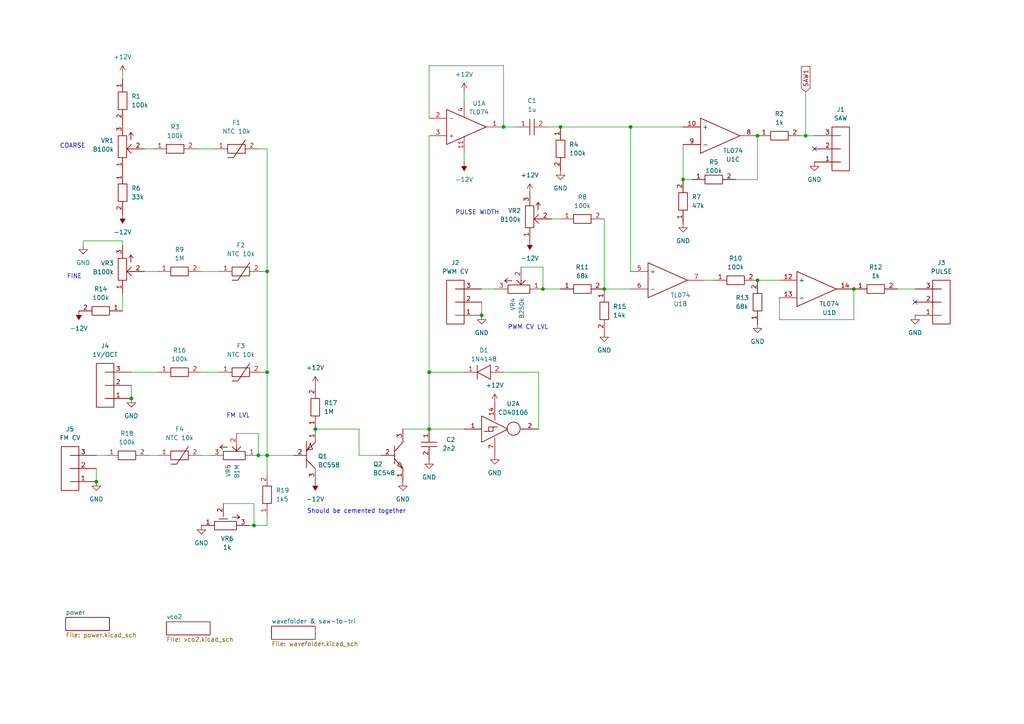
<source format=kicad_sch>
(kicad_sch (version 20250114) (generator "eeschema") (generator_version "9.0")
  (paper "A4")
  (lib_symbols
    (symbol "V_Connector:CONN_3"
      (property "Reference" "J" (at -5.08 11.43 0))
      (property "Value" "CONN_3" (at -5.08 8.89 0))
      (symbol "CONN_3_0_0"
        (rectangle (start 0 6.35) (end 5.08 -6.35) (stroke (width 0.2032)))
      )
      (symbol "CONN_3_1_0"
        (pin unspecified line (at -5.08 3.81 0) (length 7.62) (name "~") (number "1"))
        (pin unspecified line (at -5.08 0 0) (length 7.62) (name "~") (number "2"))
        (pin unspecified line (at -5.08 -3.81 0) (length 7.62) (name "~") (number "3"))
      )
    )
    (symbol "V_Diode:1N4148"
      (property "Reference" "D" (at -1.905 10.795 0))
      (property "Value" "1N4148" (at -1.905 8.255 0))
      (symbol "1N4148_0_0"
        (polyline (pts (xy -2.032 2.54) (xy 2.032 2.54)) (stroke (width 0.2032)))
        (polyline (pts (xy -2.032 -1.27) (xy 2.032 -1.27)) (stroke (width 0.2032)))
        (polyline (pts (xy 0 -1.27) (xy -2.032 2.54)) (stroke (width 0.2032)))
        (polyline (pts (xy 2.032 2.54) (xy 0 -1.27)) (stroke (width 0.2032)))
      )
      (symbol "1N4148_1_0"
        (pin unspecified line (at 0 6.35 270) (length 3.81) (name "~") (number "2"))
        (pin unspecified line (at 0 -5.08 90) (length 3.81) (name "~") (number "1"))
      )
    )
    (symbol "V_Linear:TL074,_TL084,_LF347_ETC"
      (property "Reference" "U" (at -10.795 12.7 0))
      (property "Value" "TL074,_TL084,_LF347_ETC" (at -10.795 10.16 0))
      (symbol "TL074,_TL084,_LF347_ETC_0_0"
        (polyline (pts (xy -6.35 5.08) (xy 5.08 0) (xy -6.35 -5.08) (xy -6.35 5.08)) (stroke (width 0.2032)))
      )
      (symbol "TL074,_TL084,_LF347_ETC_1_0"
        (pin unspecified line (at -11.43 2.54 0) (length 5.08) (name "-") (number "2"))
        (pin unspecified line (at -11.43 -2.54 0) (length 5.08) (name "+") (number "3"))
        (pin power_in line (at -1.27 7.62 270) (length 5.08) (name "~") (number "4"))
        (pin power_in line (at -1.27 -7.62 90) (length 5.08) (name "~") (number "11"))
        (pin unspecified line (at 10.16 0 180) (length 5.08) (name "~") (number "1"))
      )
      (symbol "TL074,_TL084,_LF347_ETC_2_0"
        (pin unspecified line (at -11.43 2.54 0) (length 5.08) (name "-") (number "6"))
        (pin unspecified line (at -11.43 -2.54 0) (length 5.08) (name "+") (number "5"))
        (pin unspecified line (at 10.16 0 180) (length 5.08) (name "~") (number "7"))
      )
      (symbol "TL074,_TL084,_LF347_ETC_3_0"
        (pin unspecified line (at -11.43 2.54 0) (length 5.08) (name "-") (number "9"))
        (pin unspecified line (at -11.43 -2.54 0) (length 5.08) (name "+") (number "10"))
        (pin unspecified line (at 10.16 0 180) (length 5.08) (name "~") (number "8"))
      )
      (symbol "TL074,_TL084,_LF347_ETC_4_0"
        (pin unspecified line (at -11.43 2.54 0) (length 5.08) (name "-") (number "13"))
        (pin unspecified line (at -11.43 -2.54 0) (length 5.08) (name "+") (number "12"))
        (pin unspecified line (at 10.16 0 180) (length 5.08) (name "~") (number "14"))
      )
    )
    (symbol "V_Logic:CD40106"
      (property "Reference" "U" (at -10.795 12.7 0))
      (property "Value" "CD40106" (at -10.795 10.16 0))
      (symbol "CD40106_0_0"
        (polyline (pts (xy -6.35 3.81) (xy -6.35 -3.81) (xy 1.27 0) (xy -6.35 3.81)) (stroke (width 0.2032)))
        (polyline (pts (xy -4.318 -0.635) (xy -4.318 0.635) (xy -1.778 0.635)) (stroke (width 0.2032)))
        (polyline (pts (xy -3.048 0.635) (xy -3.048 -0.635) (xy -5.588 -0.635)) (stroke (width 0.2032)))
        (circle (center 2.921 0.127) (radius 1.905) (stroke (width 0.2032)))
      )
      (symbol "CD40106_1_0"
        (pin unspecified line (at -11.43 0 0) (length 5.08) (name "~") (number "1"))
        (pin unspecified line (at -2.54 7.62 270) (length 5.08) (name "~") (number "14"))
        (pin unspecified line (at -2.54 -7.62 90) (length 5.08) (name "~") (number "7"))
        (pin unspecified line (at 10.16 0 180) (length 5.08) (name "~") (number "2"))
      )
      (symbol "CD40106_2_0"
        (pin unspecified line (at -11.43 0 0) (length 5.08) (name "~") (number "3"))
        (pin unspecified line (at 10.16 0 180) (length 5.08) (name "~") (number "4"))
      )
      (symbol "CD40106_3_0"
        (pin unspecified line (at -11.43 0 0) (length 5.08) (name "~") (number "5"))
        (pin unspecified line (at 10.16 0 180) (length 5.08) (name "~") (number "6"))
      )
      (symbol "CD40106_4_0"
        (pin unspecified line (at -11.43 0 0) (length 5.08) (name "~") (number "9"))
        (pin unspecified line (at 10.16 0 180) (length 5.08) (name "~") (number "8"))
      )
      (symbol "CD40106_5_0"
        (pin unspecified line (at -11.43 0 0) (length 5.08) (name "~") (number "11"))
        (pin unspecified line (at 10.16 0 180) (length 5.08) (name "~") (number "10"))
      )
      (symbol "CD40106_6_0"
        (pin unspecified line (at -11.43 0 0) (length 5.08) (name "~") (number "13"))
        (pin unspecified line (at 10.16 0 180) (length 5.08) (name "~") (number "12"))
      )
    )
    (symbol "V_Passive:C"
      (property "Reference" "C" (at -2.54 9.525 0))
      (property "Value" "C" (at -2.54 6.985 0))
      (symbol "C_0_0"
        (polyline (pts (xy -2.286 1.27) (xy 2.286 1.27)) (stroke (width 0.2032)))
        (polyline (pts (xy -2.286 0) (xy 2.286 0)) (stroke (width 0.2032)))
      )
      (symbol "C_1_0"
        (pin unspecified line (at 0 5.08 270) (length 3.81) (name "~") (number "1"))
        (pin unspecified line (at 0 -3.81 90) (length 3.81) (name "~") (number "2"))
      )
    )
    (symbol "V_Passive:MOV"
      (property "Reference" "F" (at -2.54 11.43 0))
      (property "Value" "MOV" (at -2.54 8.89 0))
      (symbol "MOV_0_0"
        (polyline (pts (xy -2.54 2.54) (xy -2.54 0.8382) (xy 2.54 -2.54)) (stroke (width 0.2032)))
        (rectangle (start -1.27 2.54) (end 1.27 -2.54) (stroke (width 0.2032)))
      )
      (symbol "MOV_1_0"
        (pin unspecified line (at 0 6.35 270) (length 3.81) (name "~") (number "1"))
        (pin unspecified line (at 0 -6.35 90) (length 3.81) (name "~") (number "2"))
      )
    )
    (symbol "V_Passive:R"
      (property "Reference" "R" (at -1.27 11.43 0))
      (property "Value" "R" (at -1.27 8.89 0))
      (symbol "R_0_0"
        (rectangle (start -1.27 2.54) (end 1.27 -2.54) (stroke (width 0.2032)))
      )
      (symbol "R_1_0"
        (pin unspecified line (at 0 6.35 270) (length 3.81) (name "~") (number "1"))
        (pin unspecified line (at 0 -6.35 90) (length 3.81) (name "~") (number "2"))
      )
    )
    (symbol "V_Passive:RT"
      (property "Reference" "VR" (at -3.81 12.065 0))
      (property "Value" "RT" (at -3.81 9.525 0))
      (symbol "RT_0_0"
        (polyline (pts (xy 0.1524 4.7752) (xy 0.7112 4.0132)) (stroke (width 0.2032)))
        (polyline (pts (xy 0.1524 2.6416) (xy 0.1524 4.7752) (xy -0.508 3.9116)) (stroke (width 0.2032)))
        (polyline (pts (xy 0.6604 -1.27) (xy 0.6604 1.27)) (stroke (width 0.2032)))
        (rectangle (start 1.3716 3.81) (end 3.81 -2.54) (stroke (width 0.2032)))
      )
      (symbol "RT_1_0"
        (pin unspecified line (at -3.81 0 0) (length 3.81) (name "~") (number "2"))
        (pin unspecified line (at 2.54 7.62 270) (length 3.81) (name "~") (number "3"))
        (pin unspecified line (at 2.54 -6.35 90) (length 3.81) (name "~") (number "1"))
      )
    )
    (symbol "V_Passive:RV"
      (property "Reference" "VR" (at -3.81 12.065 0))
      (property "Value" "RV" (at -3.81 9.525 0))
      (symbol "RV_0_0"
        (polyline (pts (xy 0 1.27) (xy 1.27 0) (xy 0 -1.27)) (stroke (width 0.2032)))
        (polyline (pts (xy 0 0) (xy 1.27 0)) (stroke (width 0.2032)))
        (polyline (pts (xy 0.1524 4.7752) (xy 0.7112 4.0132)) (stroke (width 0.2032)))
        (polyline (pts (xy 0.1524 2.6416) (xy 0.1524 4.7752) (xy -0.508 3.9116)) (stroke (width 0.2032)))
        (rectangle (start 1.3716 3.81) (end 3.81 -2.54) (stroke (width 0.2032)))
      )
      (symbol "RV_1_0"
        (pin unspecified line (at -3.81 0 0) (length 3.81) (name "~") (number "2"))
        (pin unspecified line (at 2.54 7.62 270) (length 3.81) (name "~") (number "3"))
        (pin unspecified line (at 2.54 -6.35 90) (length 3.81) (name "~") (number "1"))
      )
    )
    (symbol "V_Transistor:BC547{brace}slash}BC548{brace}slash}BC549"
      (property "Reference" "Q" (at -7.62 8.255 0))
      (property "Value" "BC547{brace}slash}BC548{brace}slash}BC549" (at -7.62 5.715 0))
      (symbol "BC547{brace}slash}BC548{brace}slash}BC549_0_0"
        (polyline (pts (xy -2.5908 1.3716) (xy 2.4892 1.3716)) (stroke (width 0.2032)))
        (polyline (pts (xy -1.1684 1.4224) (xy -3.81 3.81)) (stroke (width 0.2032)))
        (polyline (pts (xy 0.9652 1.4224) (xy 3.81 3.81)) (stroke (width 0.2032)))
        (polyline (pts (xy 2.032 3.048) (xy 3.81 3.81)) (stroke (width 0.2032)))
        (polyline (pts (xy 2.032 2.794) (xy 3.048 2.286)) (stroke (width 0.2032)))
        (polyline (pts (xy 3.048 2.54) (xy 3.81 3.81)) (stroke (width 0.2032)))
      )
      (symbol "BC547{brace}slash}BC548{brace}slash}BC549_1_0"
        (pin unspecified line (at -7.62 3.81 0) (length 3.81) (name "~") (number "3"))
        (pin unspecified line (at 0 -2.54 90) (length 3.81) (name "~") (number "2"))
        (pin unspecified line (at 7.62 3.81 180) (length 3.81) (name "~") (number "1"))
      )
    )
    (symbol "V_Transistor:BC557{brace}slash}BC558{brace}slash}BC559"
      (property "Reference" "Q" (at -7.62 8.255 0))
      (property "Value" "BC557{brace}slash}BC558{brace}slash}BC559" (at -7.62 5.715 0))
      (symbol "BC557{brace}slash}BC558{brace}slash}BC559_0_0"
        (polyline (pts (xy -3.556 1.27) (xy 4.064 1.27)) (stroke (width 0.2032)))
        (polyline (pts (xy -1.27 1.27) (xy -3.81 3.81)) (stroke (width 0.2032)))
        (polyline (pts (xy 1.27 1.27) (xy 3.81 3.81)) (stroke (width 0.2032)))
        (polyline (pts (xy 1.778 3.048) (xy 1.524 1.27)) (stroke (width 0.2032)))
        (polyline (pts (xy 1.778 3.048) (xy 3.556 2.286)) (stroke (width 0.2032)))
        (polyline (pts (xy 3.556 2.54) (xy 1.27 1.27)) (stroke (width 0.2032)))
      )
      (symbol "BC557{brace}slash}BC558{brace}slash}BC559_1_0"
        (pin unspecified line (at -7.62 3.81 0) (length 3.81) (name "~") (number "3"))
        (pin unspecified line (at 0 -2.54 90) (length 3.81) (name "~") (number "2"))
        (pin unspecified line (at 7.62 3.81 180) (length 3.81) (name "~") (number "1"))
      )
    )
    (symbol "power:+15V" (power) (pin_numbers (hide yes)) (pin_names (offset 0) (hide yes))
      (property "Value" "+15V" (at 0 3.556 0))
      (symbol "+15V_0_1"
        (polyline (pts (xy -0.762 1.27) (xy 0 2.54)))
        (polyline (pts (xy 0 2.54) (xy 0.762 1.27)))
        (polyline (pts (xy 0 0) (xy 0 2.54)))
      )
      (symbol "+15V_1_1"
        (pin power_in line (at 0 0 90) (length 0) (name "~") (number "1"))
      )
    )
    (symbol "power:-15V" (power) (pin_numbers (hide yes)) (pin_names (offset 0) (hide yes))
      (property "Value" "-15V" (at 0 3.556 0))
      (symbol "-15V_0_0"
        (pin power_in line (at 0 0 90) (length 0) (name "~") (number "1"))
      )
      (symbol "-15V_0_1"
        (polyline (pts (xy 0 0) (xy 0 1.27) (xy 0.762 1.27) (xy 0 2.54) (xy -0.762 1.27) (xy 0 1.27)) (fill (type outline)))
      )
    )
    (symbol "power:GND" (power) (pin_numbers (hide yes)) (pin_names (offset 0) (hide yes))
      (property "Value" "GND" (at 0 -3.81 0))
      (symbol "GND_0_1"
        (polyline (pts (xy 0 0) (xy 0 -1.27) (xy 1.27 -1.27) (xy 0 -2.54) (xy -1.27 -1.27) (xy 0 -1.27)))
      )
      (symbol "GND_1_1"
        (pin power_in line (at 0 0 270) (length 0) (name "~") (number "1"))
      )
    )
  )
  (text "Should be cemented together" (at 103.378 148.336 0) (effects (font (size 1.27 1.27))))
  (text "FM LVL" (at 69.088 120.65 0) (effects (font (size 1.27 1.27))))
  (text "FINE" (at 21.59 80.264 0) (effects (font (size 1.27 1.27))))
  (text "PULSE WIDTH\n" (at 138.43 61.722 0) (effects (font (size 1.27 1.27))))
  (text "COARSE\n" (at 21.082 42.418 0) (effects (font (size 1.27 1.27))))
  (text "PWM CV LVL" (at 153.162 94.996 0) (effects (font (size 1.27 1.27))))
  (junction (at 233.68 39.37))
  (junction (at 38.1 115.57))
  (junction (at 124.46 124.46))
  (junction (at 77.47 107.95))
  (junction (at 247.65 83.82))
  (junction (at 91.44 124.46))
  (junction (at 162.56 36.83))
  (junction (at 77.47 78.74))
  (junction (at 219.71 39.37))
  (junction (at 77.47 132.08))
  (junction (at 146.05 36.83))
  (junction (at 74.93 132.08))
  (junction (at 175.26 83.82))
  (junction (at 139.7 91.44))
  (junction (at 124.46 107.95))
  (junction (at 27.94 139.7))
  (junction (at 182.88 36.83))
  (junction (at 73.66 152.4))
  (junction (at 219.71 81.28))
  (junction (at 157.48 83.82))
  (junction (at 198.12 52.07))
  (no_connect (at 265.43 87.63))
  (no_connect (at 236.22 43.18))
  (wire (pts (xy 226.06 92.71) (xy 247.65 92.71)))
  (wire (pts (xy 260.35 83.82) (xy 265.43 83.82)))
  (wire (pts (xy 134.62 44.45) (xy 134.62 46.99)))
  (wire (pts (xy 139.7 83.82) (xy 143.51 83.82)))
  (wire (pts (xy 58.42 107.95) (xy 63.5 107.95)))
  (wire (pts (xy 157.48 77.47) (xy 157.48 83.82)))
  (wire (pts (xy 77.47 107.95) (xy 76.2 107.95)))
  (wire (pts (xy 91.44 124.46) (xy 104.14 124.46)))
  (wire (pts (xy 198.12 41.91) (xy 198.12 52.07)))
  (wire (pts (xy 43.18 132.08) (xy 45.72 132.08)))
  (wire (pts (xy 57.15 43.18) (xy 62.23 43.18)))
  (wire (pts (xy 27.94 132.08) (xy 30.48 132.08)))
  (wire (pts (xy 41.91 78.74) (xy 45.72 78.74)))
  (wire (pts (xy 124.46 39.37) (xy 124.46 107.95)))
  (wire (pts (xy 198.12 52.07) (xy 200.66 52.07)))
  (wire (pts (xy 162.56 36.83) (xy 182.88 36.83)))
  (wire (pts (xy 72.39 152.4) (xy 73.66 152.4)))
  (wire (pts (xy 233.68 39.37) (xy 236.22 39.37)))
  (wire (pts (xy 116.84 124.46) (xy 124.46 124.46)))
  (wire (pts (xy 157.48 83.82) (xy 162.56 83.82)))
  (wire (pts (xy 74.93 132.08) (xy 77.47 132.08)))
  (wire (pts (xy 73.66 152.4) (xy 77.47 152.4)))
  (wire (pts (xy 35.56 22.86) (xy 35.56 21.59)))
  (wire (pts (xy 77.47 132.08) (xy 77.47 107.95)))
  (wire (pts (xy 74.93 125.73) (xy 74.93 132.08)))
  (wire (pts (xy 139.7 87.63) (xy 139.7 91.44)))
  (wire (pts (xy 156.21 107.95) (xy 146.05 107.95)))
  (wire (pts (xy 134.62 26.67) (xy 134.62 29.21)))
  (wire (pts (xy 68.58 125.73) (xy 74.93 125.73)))
  (wire (pts (xy 38.1 107.95) (xy 45.72 107.95)))
  (wire (pts (xy 182.88 36.83) (xy 198.12 36.83)))
  (wire (pts (xy 44.45 43.18) (xy 41.91 43.18)))
  (wire (pts (xy 219.71 52.07) (xy 219.71 39.37)))
  (wire (pts (xy 27.94 135.89) (xy 27.94 139.7)))
  (wire (pts (xy 58.42 132.08) (xy 60.96 132.08)))
  (wire (pts (xy 77.47 132.08) (xy 77.47 137.16)))
  (wire (pts (xy 124.46 19.05) (xy 146.05 19.05)))
  (wire (pts (xy 38.1 111.76) (xy 38.1 115.57)))
  (wire (pts (xy 182.88 36.83) (xy 182.88 78.74)))
  (wire (pts (xy 77.47 43.18) (xy 77.47 78.74)))
  (wire (pts (xy 146.05 19.05) (xy 146.05 36.83)))
  (wire (pts (xy 58.42 78.74) (xy 63.5 78.74)))
  (wire (pts (xy 124.46 34.29) (xy 124.46 19.05)))
  (wire (pts (xy 104.14 132.08) (xy 110.49 132.08)))
  (wire (pts (xy 77.47 152.4) (xy 77.47 149.86)))
  (wire (pts (xy 134.62 107.95) (xy 124.46 107.95)))
  (wire (pts (xy 213.36 52.07) (xy 219.71 52.07)))
  (wire (pts (xy 24.13 71.12) (xy 24.13 69.85)))
  (wire (pts (xy 247.65 92.71) (xy 247.65 83.82)))
  (wire (pts (xy 124.46 107.95) (xy 124.46 124.46)))
  (wire (pts (xy 124.46 124.46) (xy 134.62 124.46)))
  (wire (pts (xy 219.71 81.28) (xy 226.06 81.28)))
  (wire (pts (xy 35.56 85.09) (xy 35.56 90.17)))
  (wire (pts (xy 175.26 83.82) (xy 182.88 83.82)))
  (wire (pts (xy 77.47 132.08) (xy 85.09 132.08)))
  (wire (pts (xy 77.47 78.74) (xy 76.2 78.74)))
  (wire (pts (xy 233.68 26.67) (xy 233.68 39.37)))
  (wire (pts (xy 24.13 69.85) (xy 35.56 69.85)))
  (wire (pts (xy 64.77 146.05) (xy 73.66 146.05)))
  (wire (pts (xy 175.26 63.5) (xy 175.26 83.82)))
  (wire (pts (xy 35.56 69.85) (xy 35.56 71.12)))
  (wire (pts (xy 146.05 36.83) (xy 149.86 36.83)))
  (wire (pts (xy 156.21 124.46) (xy 156.21 107.95)))
  (wire (pts (xy 160.02 63.5) (xy 162.56 63.5)))
  (wire (pts (xy 204.47 81.28) (xy 207.01 81.28)))
  (wire (pts (xy 232.41 39.37) (xy 233.68 39.37)))
  (wire (pts (xy 151.13 77.47) (xy 157.48 77.47)))
  (wire (pts (xy 226.06 86.36) (xy 226.06 92.71)))
  (wire (pts (xy 77.47 78.74) (xy 77.47 107.95)))
  (wire (pts (xy 104.14 124.46) (xy 104.14 132.08)))
  (wire (pts (xy 74.93 43.18) (xy 77.47 43.18)))
  (wire (pts (xy 158.75 36.83) (xy 162.56 36.83)))
  (wire (pts (xy 73.66 146.05) (xy 73.66 152.4)))
  (global_label "SAW1" (shape input) (at 233.68 26.67 90) (property "Intersheetrefs" "${INTERSHEET_REFS}" (effects (hide yes))))
  (symbol (lib_id "V_Connector:CONN_3") (at 22.86 135.89 180) (unit 1)
    (property "Reference" "J5" (at 20.32 124.46 0))
    (property "Value" "FM CV" (at 20.32 127 0))
    (property "Footprint" "THONK" (effects (hide yes)))
  )
  (symbol (lib_id "V_Linear:TL074,_TL084,_LF347_ETC") (at 209.55 39.37 0) (mirror x) (unit 3)
    (property "Reference" "U1" (at 212.598 46.228 0))
    (property "Value" "TL074" (at 212.598 43.688 0))
    (property "Footprint" "DIP14" (effects (hide yes)))
  )
  (symbol (lib_id "V_Connector:CONN_3") (at 33.02 111.76 180) (unit 1)
    (property "Reference" "J4" (at 30.48 100.33 0))
    (property "Value" "1V/OCT" (at 30.48 102.87 0))
    (property "Footprint" "THONK" (effects (hide yes)))
  )
  (symbol (lib_id "power:-15V") (at 22.86 90.17 180) (unit 1)
    (property "Reference" "#PWR011" (effects (hide yes)))
    (property "Value" "-12V" (at 22.86 95.25 0))
    (property "Description" "Power symbol creates a global label with name \"-15V\"" (effects (hide yes)))
  )
  (symbol (lib_id "power:+15V") (at 91.44 111.76 0) (unit 1)
    (property "Reference" "#PWR016" (effects (hide yes)))
    (property "Value" "+12V" (at 91.44 106.68 0))
    (property "Description" "Power symbol creates a global label with name \"+15V\"" (effects (hide yes)))
  )
  (symbol (lib_id "V_Transistor:BC557{brace}slash}BC558{brace}slash}BC559") (at 87.63 132.08 270) (mirror x) (unit 1)
    (property "Reference" "Q1" (at 92.202 132.334 90) (effects (justify left)))
    (property "Value" "BC558" (at 92.202 134.874 90) (effects (justify left)))
    (property "Footprint" "TO92" (effects (hide yes)))
  )
  (symbol (lib_id "power:GND") (at 116.84 139.7 0) (unit 1)
    (property "Reference" "#PWR023" (effects (hide yes)))
    (property "Value" "GND" (at 116.84 144.78 0))
    (property "Description" "Power symbol creates a global label with name \"GND\" , ground" (effects (hide yes)))
  )
  (symbol (lib_id "V_Passive:MOV") (at 68.58 43.18 90) (unit 1)
    (property "Reference" "F1" (at 68.58 35.56 90))
    (property "Value" "NTC 10k" (at 68.58 38.1 90))
    (property "Footprint" "AX3_1" (effects (hide yes)))
  )
  (symbol (lib_id "V_Linear:TL074,_TL084,_LF347_ETC") (at 135.89 36.83 0) (unit 1)
    (property "Reference" "U1" (at 138.938 29.972 0))
    (property "Value" "TL074" (at 138.938 32.512 0))
    (property "Footprint" "DIP14" (effects (hide yes)))
  )
  (symbol (lib_id "V_Passive:RV") (at 156.21 63.5 0) (mirror y) (unit 1)
    (property "Reference" "VR2" (at 151.13 61.1123 0) (effects (justify left)))
    (property "Value" "B100k" (at 151.13 63.6523 0) (effects (justify left)))
    (property "Footprint" "POT6_5" (effects (hide yes)))
  )
  (symbol (lib_id "V_Passive:R") (at 52.07 78.74 90) (unit 1)
    (property "Reference" "R9" (at 52.07 72.39 90))
    (property "Value" "1M" (at 52.07 74.93 90))
    (property "Footprint" "AX3_1" (effects (hide yes)))
  )
  (symbol (lib_id "power:GND") (at 124.46 133.35 0) (unit 1)
    (property "Reference" "#PWR020" (effects (hide yes)))
    (property "Value" "GND" (at 124.46 138.43 0))
    (property "Description" "Power symbol creates a global label with name \"GND\" , ground" (effects (hide yes)))
  )
  (symbol (lib_id "V_Passive:R") (at 77.47 143.51 180) (unit 1)
    (property "Reference" "R19" (at 80.01 142.2399 0) (effects (justify right)))
    (property "Value" "1k5" (at 80.01 144.7799 0) (effects (justify right)))
    (property "Footprint" "AX3_1" (effects (hide yes)))
  )
  (symbol (lib_id "power:GND") (at 58.42 152.4 0) (unit 1)
    (property "Reference" "#PWR024" (effects (hide yes)))
    (property "Value" "GND" (at 58.42 157.48 0))
    (property "Description" "Power symbol creates a global label with name \"GND\" , ground" (effects (hide yes)))
  )
  (symbol (lib_id "V_Passive:RV") (at 38.1 78.74 0) (mirror y) (unit 1)
    (property "Reference" "VR3" (at 33.02 76.3523 0) (effects (justify left)))
    (property "Value" "B100k" (at 33.02 78.8923 0) (effects (justify left)))
    (property "Footprint" "POT6_5" (effects (hide yes)))
  )
  (symbol (lib_id "power:GND") (at 162.56 49.53 0) (unit 1)
    (property "Reference" "#PWR05" (effects (hide yes)))
    (property "Value" "GND" (at 162.56 54.61 0))
    (property "Description" "Power symbol creates a global label with name \"GND\" , ground" (effects (hide yes)))
  )
  (symbol (lib_id "V_Connector:CONN_3") (at 241.3 43.18 0) (mirror x) (unit 1)
    (property "Reference" "J1" (at 243.84 31.75 0))
    (property "Value" "SAW" (at 243.84 34.29 0))
    (property "Footprint" "THONK" (effects (hide yes)))
  )
  (symbol (lib_id "power:GND") (at 143.51 132.08 0) (unit 1)
    (property "Reference" "#PWR019" (effects (hide yes)))
    (property "Value" "GND" (at 143.51 137.16 0))
    (property "Description" "Power symbol creates a global label with name \"GND\" , ground" (effects (hide yes)))
  )
  (symbol (lib_id "V_Passive:R") (at 213.36 81.28 90) (unit 1)
    (property "Reference" "R10" (at 213.36 74.93 90))
    (property "Value" "100k" (at 213.36 77.47 90))
    (property "Footprint" "AX3_1" (effects (hide yes)))
  )
  (symbol (lib_id "V_Connector:CONN_3") (at 134.62 87.63 180) (unit 1)
    (property "Reference" "J2" (at 132.08 76.2 0))
    (property "Value" "PWM CV" (at 132.08 78.74 0))
    (property "Footprint" "THONK" (effects (hide yes)))
  )
  (symbol (lib_id "V_Passive:R") (at 198.12 58.42 180) (unit 1)
    (property "Reference" "R7" (at 200.66 57.1499 0) (effects (justify right)))
    (property "Value" "47k" (at 200.66 59.6899 0) (effects (justify right)))
    (property "Footprint" "AX3_1" (effects (hide yes)))
  )
  (symbol (lib_id "V_Passive:R") (at 219.71 87.63 180) (unit 1)
    (property "Reference" "R13" (at 213.36 86.36 0) (effects (justify right)))
    (property "Value" "68k" (at 213.36 88.9 0) (effects (justify right)))
    (property "Footprint" "AX3_1" (effects (hide yes)))
  )
  (symbol (lib_id "V_Passive:C") (at 154.94 36.83 90) (unit 1)
    (property "Reference" "C1" (at 154.305 29.21 90))
    (property "Value" "1u" (at 154.305 31.75 90))
    (property "Footprint" "BOX1_3" (effects (hide yes)))
  )
  (symbol (lib_id "power:GND") (at 27.94 139.7 0) (unit 1)
    (property "Reference" "#PWR021" (effects (hide yes)))
    (property "Value" "GND" (at 27.94 144.78 0))
    (property "Description" "Power symbol creates a global label with name \"GND\" , ground" (effects (hide yes)))
  )
  (symbol (lib_id "V_Passive:RV") (at 68.58 129.54 90) (mirror x) (unit 1)
    (property "Reference" "VR5" (at 66.1923 134.62 0) (effects (justify left)))
    (property "Value" "B1M" (at 68.7323 134.62 0) (effects (justify left)))
    (property "Footprint" "POT6_5" (effects (hide yes)))
  )
  (symbol (lib_id "V_Transistor:BC547{brace}slash}BC548{brace}slash}BC549") (at 113.03 132.08 270) (unit 1)
    (property "Reference" "Q2" (at 108.204 134.62 90) (effects (justify left)))
    (property "Value" "BC548" (at 108.204 137.16 90) (effects (justify left)))
    (property "Footprint" "TO92" (effects (hide yes)))
  )
  (symbol (lib_id "V_Passive:MOV") (at 69.85 107.95 90) (unit 1)
    (property "Reference" "F3" (at 69.85 100.33 90))
    (property "Value" "NTC 10k" (at 69.85 102.87 90))
    (property "Footprint" "AX3_1" (effects (hide yes)))
  )
  (symbol (lib_id "V_Passive:R") (at 35.56 55.88 0) (unit 1)
    (property "Reference" "R6" (at 38.1 54.6099 0) (effects (justify left)))
    (property "Value" "33k" (at 38.1 57.1499 0) (effects (justify left)))
    (property "Footprint" "AX3_1" (effects (hide yes)))
  )
  (symbol (lib_id "V_Passive:R") (at 175.26 90.17 0) (unit 1)
    (property "Reference" "R15" (at 177.8 88.8999 0) (effects (justify left)))
    (property "Value" "14k" (at 177.8 91.4399 0) (effects (justify left)))
    (property "Footprint" "AX3_1" (effects (hide yes)))
  )
  (symbol (lib_id "V_Passive:R") (at 254 83.82 90) (unit 1)
    (property "Reference" "R12" (at 254 77.47 90))
    (property "Value" "1k" (at 254 80.01 90))
    (property "Footprint" "AX3_1" (effects (hide yes)))
  )
  (symbol (lib_id "power:-15V") (at 35.56 62.23 180) (unit 1)
    (property "Reference" "#PWR07" (effects (hide yes)))
    (property "Value" "-12V" (at 35.56 67.31 0))
    (property "Description" "Power symbol creates a global label with name \"-15V\"" (effects (hide yes)))
  )
  (symbol (lib_id "V_Passive:R") (at 36.83 132.08 90) (unit 1)
    (property "Reference" "R18" (at 36.83 125.73 90))
    (property "Value" "100k" (at 36.83 128.27 90))
    (property "Footprint" "AX3_1" (effects (hide yes)))
  )
  (symbol (lib_id "V_Passive:R") (at 162.56 43.18 0) (unit 1)
    (property "Reference" "R4" (at 165.1 41.9099 0) (effects (justify left)))
    (property "Value" "100k" (at 165.1 44.4499 0) (effects (justify left)))
    (property "Footprint" "AX3_1" (effects (hide yes)))
  )
  (symbol (lib_id "V_Linear:TL074,_TL084,_LF347_ETC") (at 237.49 83.82 0) (mirror x) (unit 4)
    (property "Reference" "U1" (at 240.538 90.678 0))
    (property "Value" "TL074" (at 240.538 88.138 0))
    (property "Footprint" "DIP14" (effects (hide yes)))
  )
  (symbol (lib_id "V_Logic:CD40106") (at 146.05 124.46 0) (unit 1)
    (property "Reference" "U2" (at 148.844 117.094 0))
    (property "Value" "CD40106" (at 148.844 119.634 0))
    (property "Footprint" "DIP14" (effects (hide yes)))
  )
  (symbol (lib_id "V_Passive:RV") (at 38.1 43.18 0) (mirror y) (unit 1)
    (property "Reference" "VR1" (at 33.02 40.7923 0) (effects (justify left)))
    (property "Value" "B100k" (at 33.02 43.3323 0) (effects (justify left)))
    (property "Footprint" "POT5_5" (effects (hide yes)))
  )
  (symbol (lib_id "V_Passive:R") (at 226.06 39.37 90) (unit 1)
    (property "Reference" "R2" (at 226.06 33.02 90))
    (property "Value" "1k" (at 226.06 35.56 90))
    (property "Footprint" "AX3_1" (effects (hide yes)))
  )
  (symbol (lib_id "power:-15V") (at 134.62 46.99 180) (unit 1)
    (property "Reference" "#PWR03" (effects (hide yes)))
    (property "Value" "-12V" (at 134.62 52.07 0))
    (property "Description" "Power symbol creates a global label with name \"-15V\"" (effects (hide yes)))
  )
  (symbol (lib_id "V_Passive:R") (at 50.8 43.18 90) (unit 1)
    (property "Reference" "R3" (at 50.8 36.83 90))
    (property "Value" "100k" (at 50.8 39.37 90))
    (property "Footprint" "AX3_1" (effects (hide yes)))
  )
  (symbol (lib_id "power:+15V") (at 153.67 55.88 0) (unit 1)
    (property "Reference" "#PWR06" (effects (hide yes)))
    (property "Value" "+12V" (at 153.67 50.8 0))
    (property "Description" "Power symbol creates a global label with name \"+15V\"" (effects (hide yes)))
  )
  (symbol (lib_id "power:GND") (at 175.26 96.52 0) (unit 1)
    (property "Reference" "#PWR015" (effects (hide yes)))
    (property "Value" "GND" (at 175.26 101.6 0))
    (property "Description" "Power symbol creates a global label with name \"GND\" , ground" (effects (hide yes)))
  )
  (symbol (lib_id "power:-15V") (at 91.44 139.7 180) (unit 1)
    (property "Reference" "#PWR022" (effects (hide yes)))
    (property "Value" "-12V" (at 91.44 144.78 0))
    (property "Description" "Power symbol creates a global label with name \"-15V\"" (effects (hide yes)))
  )
  (symbol (lib_id "power:+15V") (at 134.62 26.67 0) (unit 1)
    (property "Reference" "#PWR02" (effects (hide yes)))
    (property "Value" "+12V" (at 134.62 21.59 0))
    (property "Description" "Power symbol creates a global label with name \"+15V\"" (effects (hide yes)))
  )
  (symbol (lib_id "power:GND") (at 219.71 93.98 0) (unit 1)
    (property "Reference" "#PWR014" (effects (hide yes)))
    (property "Value" "GND" (at 219.71 99.06 0))
    (property "Description" "Power symbol creates a global label with name \"GND\" , ground" (effects (hide yes)))
  )
  (symbol (lib_id "power:+15V") (at 143.51 116.84 0) (unit 1)
    (property "Reference" "#PWR018" (effects (hide yes)))
    (property "Value" "+12V" (at 143.51 111.76 0))
    (property "Description" "Power symbol creates a global label with name \"+15V\"" (effects (hide yes)))
  )
  (symbol (lib_id "V_Passive:R") (at 207.01 52.07 90) (unit 1)
    (property "Reference" "R5" (at 207.01 46.99 90))
    (property "Value" "100k" (at 207.01 49.53 90))
    (property "Footprint" "AX3_1" (effects (hide yes)))
  )
  (symbol (lib_id "V_Passive:RT") (at 64.77 149.86 270) (unit 1)
    (property "Reference" "VR6" (at 65.8876 156.21 90))
    (property "Value" "1k" (at 65.8876 158.75 90))
    (property "Footprint" "TRIM6" (effects (hide yes)))
  )
  (symbol (lib_id "power:GND") (at 198.12 64.77 0) (unit 1)
    (property "Reference" "#PWR08" (effects (hide yes)))
    (property "Value" "GND" (at 198.12 69.85 0))
    (property "Description" "Power symbol creates a global label with name \"GND\" , ground" (effects (hide yes)))
  )
  (symbol (lib_id "V_Passive:R") (at 168.91 63.5 90) (unit 1)
    (property "Reference" "R8" (at 168.91 57.15 90))
    (property "Value" "100k" (at 168.91 59.69 90))
    (property "Footprint" "AX3_1" (effects (hide yes)))
  )
  (symbol (lib_id "power:GND") (at 139.7 91.44 0) (unit 1)
    (property "Reference" "#PWR012" (effects (hide yes)))
    (property "Value" "GND" (at 139.7 96.52 0))
    (property "Description" "Power symbol creates a global label with name \"GND\" , ground" (effects (hide yes)))
  )
  (symbol (lib_id "V_Linear:TL074,_TL084,_LF347_ETC") (at 194.31 81.28 0) (mirror x) (unit 2)
    (property "Reference" "U1" (at 197.358 88.138 0))
    (property "Value" "TL074" (at 197.358 85.598 0))
    (property "Footprint" "DIP14" (effects (hide yes)))
  )
  (symbol (lib_id "V_Passive:R") (at 168.91 83.82 90) (unit 1)
    (property "Reference" "R11" (at 168.91 77.47 90))
    (property "Value" "68k" (at 168.91 80.01 90))
    (property "Footprint" "AX3_1" (effects (hide yes)))
  )
  (symbol (lib_id "power:+15V") (at 35.56 21.59 0) (unit 1)
    (property "Reference" "#PWR01" (effects (hide yes)))
    (property "Value" "+12V" (at 35.56 16.51 0))
    (property "Description" "Power symbol creates a global label with name \"+15V\"" (effects (hide yes)))
  )
  (symbol (lib_id "power:GND") (at 236.22 46.99 0) (unit 1)
    (property "Reference" "#PWR04" (effects (hide yes)))
    (property "Value" "GND" (at 236.22 52.07 0))
    (property "Description" "Power symbol creates a global label with name \"GND\" , ground" (effects (hide yes)))
  )
  (symbol (lib_id "V_Passive:R") (at 52.07 107.95 90) (unit 1)
    (property "Reference" "R16" (at 52.07 101.6 90))
    (property "Value" "100k" (at 52.07 104.14 90))
    (property "Footprint" "AX3_1" (effects (hide yes)))
  )
  (symbol (lib_id "V_Passive:MOV") (at 52.07 132.08 90) (unit 1)
    (property "Reference" "F4" (at 52.07 124.46 90))
    (property "Value" "NTC 10k" (at 52.07 127 90))
    (property "Footprint" "AX3_1" (effects (hide yes)))
  )
  (symbol (lib_id "V_Passive:RV") (at 151.13 81.28 90) (mirror x) (unit 1)
    (property "Reference" "VR4" (at 148.7423 86.36 0) (effects (justify left)))
    (property "Value" "B250k" (at 151.2823 86.36 0) (effects (justify left)))
    (property "Footprint" "POT6_5" (effects (hide yes)))
  )
  (symbol (lib_id "V_Connector:CONN_3") (at 270.51 87.63 0) (mirror x) (unit 1)
    (property "Reference" "J3" (at 273.05 76.2 0))
    (property "Value" "PULSE" (at 273.05 78.74 0))
    (property "Footprint" "THONK" (effects (hide yes)))
  )
  (symbol (lib_id "power:GND") (at 38.1 115.57 0) (unit 1)
    (property "Reference" "#PWR017" (effects (hide yes)))
    (property "Value" "GND" (at 38.1 120.65 0))
    (property "Description" "Power symbol creates a global label with name \"GND\" , ground" (effects (hide yes)))
  )
  (symbol (lib_id "V_Passive:MOV") (at 69.85 78.74 90) (unit 1)
    (property "Reference" "F2" (at 69.85 71.12 90))
    (property "Value" "NTC 10k" (at 69.85 73.66 90))
    (property "Footprint" "AX3_1" (effects (hide yes)))
  )
  (symbol (lib_id "V_Passive:R") (at 91.44 118.11 180) (unit 1)
    (property "Reference" "R17" (at 93.98 116.8399 0) (effects (justify right)))
    (property "Value" "1M" (at 93.98 119.3799 0) (effects (justify right)))
    (property "Footprint" "AX3_1" (effects (hide yes)))
  )
  (symbol (lib_id "power:GND") (at 265.43 91.44 0) (unit 1)
    (property "Reference" "#PWR013" (effects (hide yes)))
    (property "Value" "GND" (at 265.43 96.52 0))
    (property "Description" "Power symbol creates a global label with name \"GND\" , ground" (effects (hide yes)))
  )
  (symbol (lib_id "V_Passive:R") (at 35.56 29.21 0) (unit 1)
    (property "Reference" "R1" (at 38.1 27.9399 0) (effects (justify left)))
    (property "Value" "100k" (at 38.1 30.4799 0) (effects (justify left)))
    (property "Footprint" "AX3_1" (effects (hide yes)))
  )
  (symbol (lib_id "power:-15V") (at 153.67 69.85 180) (unit 1)
    (property "Reference" "#PWR09" (effects (hide yes)))
    (property "Value" "-12V" (at 153.67 74.93 0))
    (property "Description" "Power symbol creates a global label with name \"-15V\"" (effects (hide yes)))
  )
  (symbol (lib_id "power:GND") (at 24.13 71.12 0) (unit 1)
    (property "Reference" "#PWR010" (effects (hide yes)))
    (property "Value" "GND" (at 24.13 76.2 0))
    (property "Description" "Power symbol creates a global label with name \"GND\" , ground" (effects (hide yes)))
  )
  (symbol (lib_id "V_Diode:1N4148") (at 139.7 107.95 270) (unit 1)
    (property "Reference" "D1" (at 140.335 101.6 90))
    (property "Value" "1N4148" (at 140.335 104.14 90))
    (property "Footprint" "AX2_1" (effects (hide yes)))
  )
  (symbol (lib_id "V_Passive:C") (at 124.46 129.54 0) (unit 1)
    (property "Reference" "C2" (at 132.08 127.508 0) (effects (justify right)))
    (property "Value" "2n2" (at 132.08 130.048 0) (effects (justify right)))
    (property "Footprint" "BOX1_3" (effects (hide yes)))
  )
  (symbol (lib_id "V_Passive:R") (at 29.21 90.17 270) (unit 1)
    (property "Reference" "R14" (at 29.21 83.82 90))
    (property "Value" "100k" (at 29.21 86.36 90))
    (property "Footprint" "AX3_1" (effects (hide yes)))
  )
  (sheet (at 19.05 179.07) (size 12.7 3.81) (stroke (width 0.1524))
    (property "Sheetname" "power" (at 19.05 178.3584 0) (effects (justify left bottom)))
    (property "Sheetfile" "power.kicad_sch" (at 19.05 183.4646 0) (effects (justify left top)))
  )
  (sheet (at 78.74 181.61) (size 12.7 3.81) (stroke (width 0.1524))
    (property "Sheetname" "wavefolder & saw-to-tri" (at 78.74 180.8984 0) (effects (justify left bottom)))
    (property "Sheetfile" "wavefolder.kicad_sch" (at 78.74 186.0046 0) (effects (justify left top)))
  )
  (sheet (at 48.26 180.34) (size 12.7 3.81) (stroke (width 0.1524))
    (property "Sheetname" "vco2" (at 48.26 179.6284 0) (effects (justify left bottom)))
    (property "Sheetfile" "vco2.kicad_sch" (at 48.26 184.7346 0) (effects (justify left top)))
  )
)
</source>
